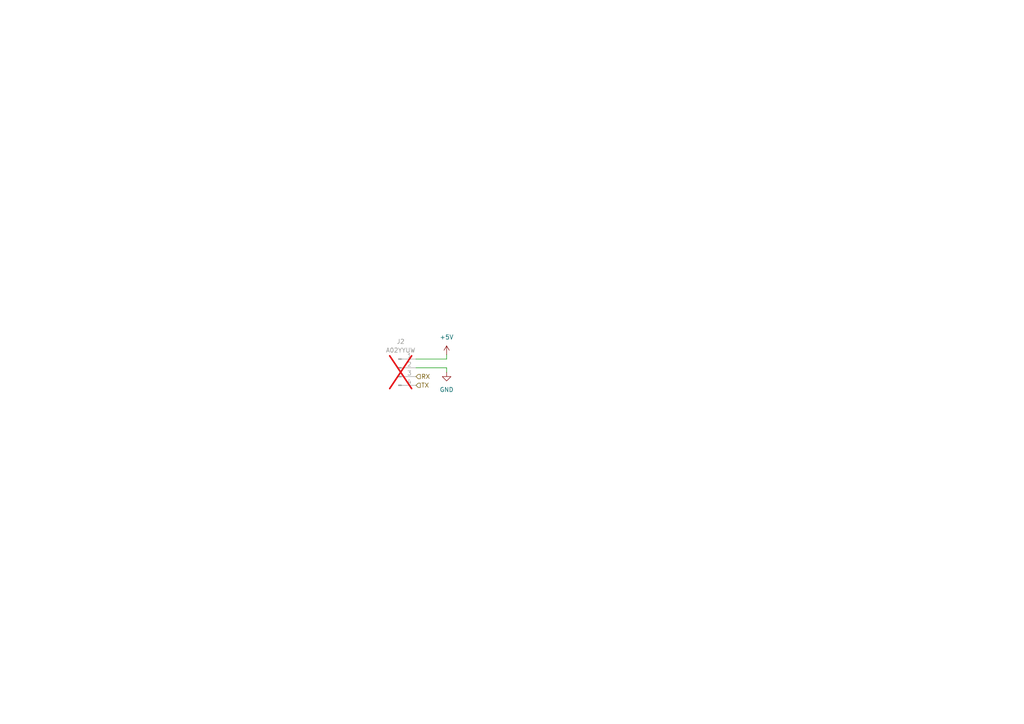
<source format=kicad_sch>
(kicad_sch (version 20250114) (generator "eeschema") (generator_version "9.0")
  (paper "A4")
  (lib_symbols
    (symbol "Connector:Conn_01x04_Pin" (pin_names (offset 1.016) (hide yes))
      (property "Reference" "J" (at 0 5.08 0))
      (property "Value" "Conn_01x04_Pin" (at 0 -7.62 0))
      (symbol "Conn_01x04_Pin_1_1"
        (rectangle (start 0.8636 2.667) (end 0 2.413) (stroke (width 0.1524)) (fill (type outline)))
        (rectangle (start 0.8636 0.127) (end 0 -0.127) (stroke (width 0.1524)) (fill (type outline)))
        (rectangle (start 0.8636 -2.413) (end 0 -2.667) (stroke (width 0.1524)) (fill (type outline)))
        (rectangle (start 0.8636 -4.953) (end 0 -5.207) (stroke (width 0.1524)) (fill (type outline)))
        (polyline (pts (xy 1.27 2.54) (xy 0.8636 2.54)) (stroke (width 0.1524)))
        (polyline (pts (xy 1.27 0) (xy 0.8636 0)) (stroke (width 0.1524)))
        (polyline (pts (xy 1.27 -2.54) (xy 0.8636 -2.54)) (stroke (width 0.1524)))
        (polyline (pts (xy 1.27 -5.08) (xy 0.8636 -5.08)) (stroke (width 0.1524)))
        (pin passive line (at 5.08 2.54 180) (length 3.81) (name "Pin_1") (number "1"))
        (pin passive line (at 5.08 0 180) (length 3.81) (name "Pin_2") (number "2"))
        (pin passive line (at 5.08 -2.54 180) (length 3.81) (name "Pin_3") (number "3"))
        (pin passive line (at 5.08 -5.08 180) (length 3.81) (name "Pin_4") (number "4"))
      )
    )
    (symbol "power:+5V" (power) (pin_numbers (hide yes)) (pin_names (offset 0) (hide yes))
      (property "Value" "+5V" (at 0 3.556 0))
      (symbol "+5V_0_1"
        (polyline (pts (xy -0.762 1.27) (xy 0 2.54)))
        (polyline (pts (xy 0 2.54) (xy 0.762 1.27)))
        (polyline (pts (xy 0 0) (xy 0 2.54)))
      )
      (symbol "+5V_1_1"
        (pin power_in line (at 0 0 90) (length 0) (name "~") (number "1"))
      )
    )
    (symbol "power:GND" (power) (pin_numbers (hide yes)) (pin_names (offset 0) (hide yes))
      (property "Value" "GND" (at 0 -3.81 0))
      (symbol "GND_0_1"
        (polyline (pts (xy 0 0) (xy 0 -1.27) (xy 1.27 -1.27) (xy 0 -2.54) (xy -1.27 -1.27) (xy 0 -1.27)))
      )
      (symbol "GND_1_1"
        (pin power_in line (at 0 0 270) (length 0) (name "~") (number "1"))
      )
    )
  )
  (wire (pts (xy 120.65 104.14) (xy 129.54 104.14)))
  (wire (pts (xy 120.65 106.68) (xy 129.54 106.68)))
  (wire (pts (xy 129.54 104.14) (xy 129.54 102.87)))
  (wire (pts (xy 129.54 106.68) (xy 129.54 107.95)))
  (hierarchical_label "TX" (shape input) (at 120.65 111.76 0))
  (hierarchical_label "RX" (shape input) (at 120.65 109.22 0))
  (symbol (lib_id "power:GND") (at 129.54 107.95 0) (unit 1)
    (property "Reference" "#PWR07" (effects (hide yes)))
    (property "Value" "GND" (at 129.54 113.03 0))
    (property "Description" "Power symbol creates a global label with name \"GND\" , ground" (effects (hide yes)))
  )
  (symbol (lib_id "Connector:Conn_01x04_Pin") (at 115.57 106.68 0) (unit 1) (dnp yes)
    (property "Reference" "J2" (at 116.205 99.06 0))
    (property "Value" "A02YYUW" (at 116.205 101.6 0))
    (property "Footprint" "Connector_JST:JST_XH_B4B-XH-A_1x04_P2.50mm_Vertical" (effects (hide yes)))
    (property "Description" "Generic connector, single row, 01x04, script generated" (effects (hide yes)))
  )
  (symbol (lib_id "power:+5V") (at 129.54 102.87 0) (unit 1)
    (property "Reference" "#PWR06" (effects (hide yes)))
    (property "Value" "+5V" (at 129.54 97.79 0))
    (property "Description" "Power symbol creates a global label with name \"+5V\"" (effects (hide yes)))
  )
)
</source>
